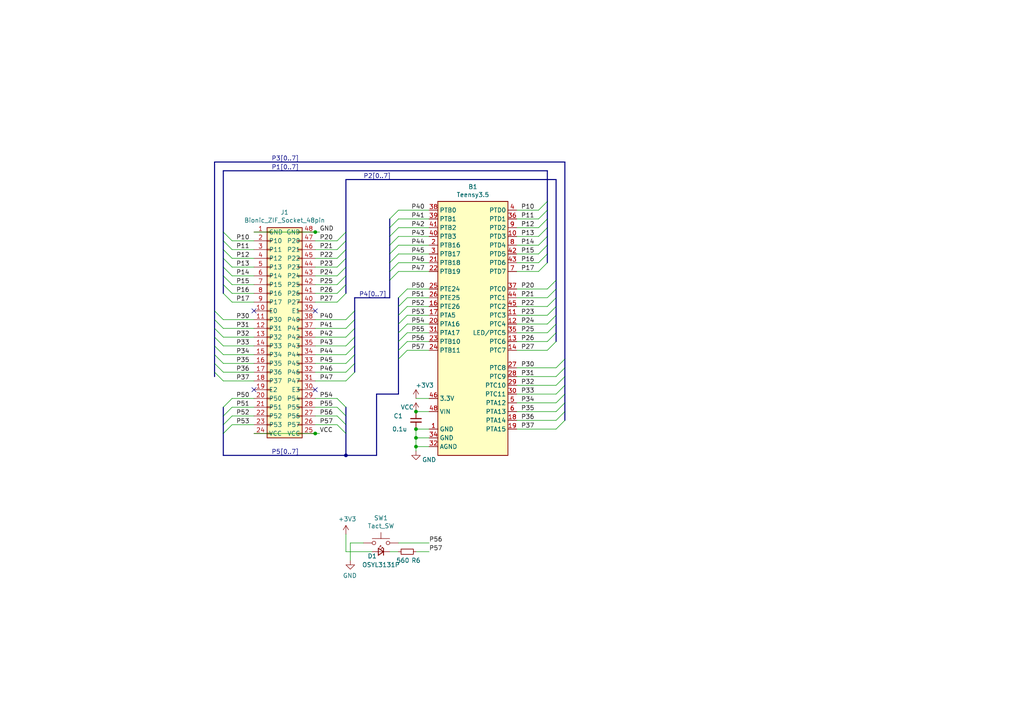
<source format=kicad_sch>
(kicad_sch (version 20211123) (generator eeschema)
  (paper "A4")
  (title_block (title "BionicBase Teensy 3.5") (date "2021-11-05") (rev "2") (company "Tadashi G. Takaoka"))
  (lib_symbols
    (symbol "0-LocalLibrary:Bionic_ZIF_Socket_48pin"
      (property "Reference" "J" (at 3.81 30.48 0))
      (property "Value" "Bionic_ZIF_Socket_48pin" (at 3.81 -33.02 0))
      (symbol "Bionic_ZIF_Socket_48pin_1_1"
        (rectangle (start -1.27 -30.353) (end 0 -30.607) (stroke (width 0.1524)))
        (rectangle (start -1.27 -27.813) (end 0 -28.067) (stroke (width 0.1524)))
        (rectangle (start -1.27 -25.273) (end 0 -25.527) (stroke (width 0.1524)))
        (rectangle (start -1.27 -22.733) (end 0 -22.987) (stroke (width 0.1524)))
        (rectangle (start -1.27 -20.193) (end 0 -20.447) (stroke (width 0.1524)))
        (rectangle (start -1.27 -17.653) (end 0 -17.907) (stroke (width 0.1524)))
        (rectangle (start -1.27 -15.113) (end 0 -15.367) (stroke (width 0.1524)))
        (rectangle (start -1.27 -12.573) (end 0 -12.827) (stroke (width 0.1524)))
        (rectangle (start -1.27 -10.033) (end 0 -10.287) (stroke (width 0.1524)))
        (rectangle (start -1.27 -7.493) (end 0 -7.747) (stroke (width 0.1524)))
        (rectangle (start -1.27 -4.953) (end 0 -5.207) (stroke (width 0.1524)))
        (rectangle (start -1.27 -2.413) (end 0 -2.667) (stroke (width 0.1524)))
        (rectangle (start -1.27 0.127) (end 0 -0.127) (stroke (width 0.1524)))
        (rectangle (start -1.27 2.667) (end 0 2.413) (stroke (width 0.1524)))
        (rectangle (start -1.27 5.207) (end 0 4.953) (stroke (width 0.1524)))
        (rectangle (start -1.27 7.747) (end 0 7.493) (stroke (width 0.1524)))
        (rectangle (start -1.27 10.287) (end 0 10.033) (stroke (width 0.1524)))
        (rectangle (start -1.27 12.827) (end 0 12.573) (stroke (width 0.1524)))
        (rectangle (start -1.27 15.367) (end 0 15.113) (stroke (width 0.1524)))
        (rectangle (start -1.27 17.907) (end 0 17.653) (stroke (width 0.1524)))
        (rectangle (start -1.27 20.447) (end 0 20.193) (stroke (width 0.1524)))
        (rectangle (start -1.27 22.987) (end 0 22.733) (stroke (width 0.1524)))
        (rectangle (start -1.27 25.527) (end 0 25.273) (stroke (width 0.1524)))
        (rectangle (start -1.27 28.067) (end 0 27.813) (stroke (width 0.1524)))
        (rectangle (start -1.27 29.21) (end 8.89 -31.75) (stroke (width 0.254)) (fill (type background)))
        (rectangle (start 8.89 -30.353) (end 7.62 -30.607) (stroke (width 0.1524)))
        (rectangle (start 8.89 -27.813) (end 7.62 -28.067) (stroke (width 0.1524)))
        (rectangle (start 8.89 -25.273) (end 7.62 -25.527) (stroke (width 0.1524)))
        (rectangle (start 8.89 -22.733) (end 7.62 -22.987) (stroke (width 0.1524)))
        (rectangle (start 8.89 -20.193) (end 7.62 -20.447) (stroke (width 0.1524)))
        (rectangle (start 8.89 -17.653) (end 7.62 -17.907) (stroke (width 0.1524)))
        (rectangle (start 8.89 -15.113) (end 7.62 -15.367) (stroke (width 0.1524)))
        (rectangle (start 8.89 -12.573) (end 7.62 -12.827) (stroke (width 0.1524)))
        (rectangle (start 8.89 -10.033) (end 7.62 -10.287) (stroke (width 0.1524)))
        (rectangle (start 8.89 -7.493) (end 7.62 -7.747) (stroke (width 0.1524)))
        (rectangle (start 8.89 -4.953) (end 7.62 -5.207) (stroke (width 0.1524)))
        (rectangle (start 8.89 -2.413) (end 7.62 -2.667) (stroke (width 0.1524)))
        (rectangle (start 8.89 0.127) (end 7.62 -0.127) (stroke (width 0.1524)))
        (rectangle (start 8.89 2.667) (end 7.62 2.413) (stroke (width 0.1524)))
        (rectangle (start 8.89 5.207) (end 7.62 4.953) (stroke (width 0.1524)))
        (rectangle (start 8.89 7.747) (end 7.62 7.493) (stroke (width 0.1524)))
        (rectangle (start 8.89 10.287) (end 7.62 10.033) (stroke (width 0.1524)))
        (rectangle (start 8.89 12.827) (end 7.62 12.573) (stroke (width 0.1524)))
        (rectangle (start 8.89 15.367) (end 7.62 15.113) (stroke (width 0.1524)))
        (rectangle (start 8.89 17.907) (end 7.62 17.653) (stroke (width 0.1524)))
        (rectangle (start 8.89 20.447) (end 7.62 20.193) (stroke (width 0.1524)))
        (rectangle (start 8.89 22.987) (end 7.62 22.733) (stroke (width 0.1524)))
        (rectangle (start 8.89 25.527) (end 7.62 25.273) (stroke (width 0.1524)))
        (rectangle (start 8.89 28.067) (end 7.62 27.813) (stroke (width 0.1524)))
        (pin passive line (at -5.08 27.94 0) (length 3.81) (name "GND") (number "1"))
        (pin passive line (at -5.08 5.08 0) (length 3.81) (name "E0") (number "10"))
        (pin passive line (at -5.08 2.54 0) (length 3.81) (name "P30") (number "11"))
        (pin passive line (at -5.08 0 0) (length 3.81) (name "P31") (number "12"))
        (pin passive line (at -5.08 -2.54 0) (length 3.81) (name "P32") (number "13"))
        (pin passive line (at -5.08 -5.08 0) (length 3.81) (name "P33") (number "14"))
        (pin passive line (at -5.08 -7.62 0) (length 3.81) (name "P34") (number "15"))
        (pin passive line (at -5.08 -10.16 0) (length 3.81) (name "P35") (number "16"))
        (pin passive line (at -5.08 -12.7 0) (length 3.81) (name "P36") (number "17"))
        (pin passive line (at -5.08 -15.24 0) (length 3.81) (name "P37") (number "18"))
        (pin passive line (at -5.08 -17.78 0) (length 3.81) (name "E2") (number "19"))
        (pin passive line (at -5.08 25.4 0) (length 3.81) (name "P10") (number "2"))
        (pin passive line (at -5.08 -20.32 0) (length 3.81) (name "P50") (number "20"))
        (pin passive line (at -5.08 -22.86 0) (length 3.81) (name "P51") (number "21"))
        (pin passive line (at -5.08 -25.4 0) (length 3.81) (name "P52") (number "22"))
        (pin passive line (at -5.08 -27.94 0) (length 3.81) (name "P53") (number "23"))
        (pin passive line (at -5.08 -30.48 0) (length 3.81) (name "VCC") (number "24"))
        (pin passive line (at 12.7 -30.48 180) (length 3.81) (name "VCC") (number "25"))
        (pin passive line (at 12.7 -27.94 180) (length 3.81) (name "P57") (number "26"))
        (pin passive line (at 12.7 -25.4 180) (length 3.81) (name "P56") (number "27"))
        (pin passive line (at 12.7 -22.86 180) (length 3.81) (name "P55") (number "28"))
        (pin passive line (at 12.7 -20.32 180) (length 3.81) (name "P54") (number "29"))
        (pin passive line (at -5.08 22.86 0) (length 3.81) (name "P11") (number "3"))
        (pin passive line (at 12.7 -17.78 180) (length 3.81) (name "E3") (number "30"))
        (pin passive line (at 12.7 -15.24 180) (length 3.81) (name "P47") (number "31"))
        (pin passive line (at 12.7 -12.7 180) (length 3.81) (name "P46") (number "32"))
        (pin passive line (at 12.7 -10.16 180) (length 3.81) (name "P45") (number "33"))
        (pin passive line (at 12.7 -7.62 180) (length 3.81) (name "P44") (number "34"))
        (pin passive line (at 12.7 -5.08 180) (length 3.81) (name "P43") (number "35"))
        (pin passive line (at 12.7 -2.54 180) (length 3.81) (name "P42") (number "36"))
        (pin passive line (at 12.7 0 180) (length 3.81) (name "P41") (number "37"))
        (pin passive line (at 12.7 2.54 180) (length 3.81) (name "P40") (number "38"))
        (pin passive line (at 12.7 5.08 180) (length 3.81) (name "E1") (number "39"))
        (pin passive line (at -5.08 20.32 0) (length 3.81) (name "P12") (number "4"))
        (pin passive line (at 12.7 7.62 180) (length 3.81) (name "P27") (number "40"))
        (pin passive line (at 12.7 10.16 180) (length 3.81) (name "P26") (number "41"))
        (pin passive line (at 12.7 12.7 180) (length 3.81) (name "P25") (number "42"))
        (pin passive line (at 12.7 15.24 180) (length 3.81) (name "P24") (number "43"))
        (pin passive line (at 12.7 17.78 180) (length 3.81) (name "P23") (number "44"))
        (pin passive line (at 12.7 20.32 180) (length 3.81) (name "P22") (number "45"))
        (pin passive line (at 12.7 22.86 180) (length 3.81) (name "P21") (number "46"))
        (pin passive line (at 12.7 25.4 180) (length 3.81) (name "P20") (number "47"))
        (pin passive line (at 12.7 27.94 180) (length 3.81) (name "GND") (number "48"))
        (pin passive line (at -5.08 17.78 0) (length 3.81) (name "P13") (number "5"))
        (pin passive line (at -5.08 15.24 0) (length 3.81) (name "P14") (number "6"))
        (pin passive line (at -5.08 12.7 0) (length 3.81) (name "P15") (number "7"))
        (pin passive line (at -5.08 10.16 0) (length 3.81) (name "P16") (number "8"))
        (pin passive line (at -5.08 7.62 0) (length 3.81) (name "P17") (number "9"))
      )
    )
    (symbol "0-LocalLibrary:Tact_SW" (pin_numbers hide) (pin_names (offset 1.016) hide)
      (property "Reference" "SW" (at 1.27 2.54 0))
      (property "Value" "Tact_SW" (at 0 -1.524 0))
      (symbol "Tact_SW_0_1"
        (circle (center -2.032 0) (radius 0.508))
        (polyline (pts (xy 0 1.27) (xy 0 3.048)))
        (polyline (pts (xy 2.54 1.27) (xy -2.54 1.27)))
        (circle (center 2.032 0) (radius 0.508))
        (pin passive line (at -5.08 0 0) (length 2.54) (name "1") (number "1"))
        (pin passive line (at 5.08 0 180) (length 2.54) (name "2") (number "2"))
      )
    )
    (symbol "0-LocalLibrary:Teensy3.5"
      (property "Reference" "B" (at -1.27 30.48 0))
      (property "Value" "Teensy3.5" (at -1.27 -20.32 90))
      (symbol "Teensy3.5_0_1"
        (rectangle (start -10.16 -43.18) (end 10.16 30.48) (stroke (width 0.254)) (fill (type background)))
      )
      (symbol "Teensy3.5_1_1"
        (pin power_out line (at -12.7 -35.56 0) (length 2.54) (name "GND") (number "1"))
        (pin bidirectional line (at 12.7 20.32 180) (length 2.54) (name "PTD3") (number "10"))
        (pin bidirectional line (at 12.7 -2.54 180) (length 2.54) (name "PTC3") (number "11"))
        (pin bidirectional line (at 12.7 -5.08 180) (length 2.54) (name "PTC4") (number "12"))
        (pin bidirectional line (at 12.7 -10.16 180) (length 2.54) (name "PTC6") (number "13"))
        (pin bidirectional line (at 12.7 -12.7 180) (length 2.54) (name "PTC7") (number "14"))
        (pin power_out line (at -12.7 -26.67 0) (length 2.54) hide (name "3.3V") (number "15"))
        (pin bidirectional line (at -12.7 0 0) (length 2.54) (name "PTE26") (number "16"))
        (pin bidirectional line (at -12.7 -2.54 0) (length 2.54) (name "PTA5") (number "17"))
        (pin bidirectional line (at 12.7 -33.02 180) (length 2.54) (name "PTA14") (number "18"))
        (pin bidirectional line (at 12.7 -35.56 180) (length 2.54) (name "PTA15") (number "19"))
        (pin bidirectional line (at -12.7 17.78 0) (length 2.54) (name "PTB16") (number "2"))
        (pin bidirectional line (at -12.7 -5.08 0) (length 2.54) (name "PTA16") (number "20"))
        (pin bidirectional line (at -12.7 12.7 0) (length 2.54) (name "PTB18") (number "21"))
        (pin bidirectional line (at -12.7 10.16 0) (length 2.54) (name "PTB19") (number "22"))
        (pin bidirectional line (at -12.7 -10.16 0) (length 2.54) (name "PTB10") (number "23"))
        (pin bidirectional line (at -12.7 -12.7 0) (length 2.54) (name "PTB11") (number "24"))
        (pin bidirectional line (at -12.7 5.08 0) (length 2.54) (name "PTE24") (number "25"))
        (pin bidirectional line (at -12.7 2.54 0) (length 2.54) (name "PTE25") (number "26"))
        (pin bidirectional line (at 12.7 -17.78 180) (length 2.54) (name "PTC8") (number "27"))
        (pin bidirectional line (at 12.7 -20.32 180) (length 2.54) (name "PTC9") (number "28"))
        (pin bidirectional line (at 12.7 -22.86 180) (length 2.54) (name "PTC10") (number "29"))
        (pin bidirectional line (at -12.7 15.24 0) (length 2.54) (name "PTB17") (number "3"))
        (pin bidirectional line (at 12.7 -25.4 180) (length 2.54) (name "PTC11") (number "30"))
        (pin bidirectional line (at -12.7 -7.62 0) (length 2.54) (name "PTA17") (number "31"))
        (pin power_in line (at -12.7 -40.64 0) (length 2.54) (name "AGND") (number "32"))
        (pin power_in line (at -12.7 -38.1 0) (length 2.54) (name "GND") (number "34"))
        (pin bidirectional line (at 12.7 -7.62 180) (length 2.54) (name "LED/PTC5") (number "35"))
        (pin bidirectional line (at 12.7 25.4 180) (length 2.54) (name "PTD1") (number "36"))
        (pin bidirectional line (at 12.7 5.08 180) (length 2.54) (name "PTC0") (number "37"))
        (pin bidirectional line (at -12.7 27.94 0) (length 2.54) (name "PTB0") (number "38"))
        (pin bidirectional line (at -12.7 25.4 0) (length 2.54) (name "PTB1") (number "39"))
        (pin bidirectional line (at 12.7 27.94 180) (length 2.54) (name "PTD0") (number "4"))
        (pin bidirectional line (at -12.7 20.32 0) (length 2.54) (name "PTB3") (number "40"))
        (pin bidirectional line (at -12.7 22.86 0) (length 2.54) (name "PTB2") (number "41"))
        (pin bidirectional line (at 12.7 15.24 180) (length 2.54) (name "PTD5") (number "42"))
        (pin bidirectional line (at 12.7 12.7 180) (length 2.54) (name "PTD6") (number "43"))
        (pin bidirectional line (at 12.7 2.54 180) (length 2.54) (name "PTC1") (number "44"))
        (pin bidirectional line (at 12.7 0 180) (length 2.54) (name "PTC2") (number "45"))
        (pin power_in line (at -12.7 -26.67 0) (length 2.54) (name "3.3V") (number "46"))
        (pin power_out line (at -12.7 -30.48 0) (length 2.54) (name "VIN") (number "48"))
        (pin bidirectional line (at 12.7 -27.94 180) (length 2.54) (name "PTA12") (number "5"))
        (pin bidirectional line (at 12.7 -30.48 180) (length 2.54) (name "PTA13") (number "6"))
        (pin bidirectional line (at 12.7 10.16 180) (length 2.54) (name "PTD7") (number "7"))
        (pin bidirectional line (at 12.7 17.78 180) (length 2.54) (name "PTD4") (number "8"))
        (pin bidirectional line (at 12.7 22.86 180) (length 2.54) (name "PTD2") (number "9"))
      )
    )
    (symbol "Device:C_Small" (pin_numbers hide) (pin_names (offset 0.254) hide)
      (property "Reference" "C" (at 0.254 1.778 0))
      (property "Value" "C_Small" (at 0.254 -2.032 0))
      (symbol "C_Small_0_1"
        (polyline (pts (xy -1.524 -0.508) (xy 1.524 -0.508)) (stroke (width 0.3302)))
        (polyline (pts (xy -1.524 0.508) (xy 1.524 0.508)) (stroke (width 0.3048)))
      )
      (symbol "C_Small_1_1"
        (pin passive line (at 0 2.54 270) (length 2.032) (name "~") (number "1"))
        (pin passive line (at 0 -2.54 90) (length 2.032) (name "~") (number "2"))
      )
    )
    (symbol "Device:LED_Small" (pin_numbers hide) (pin_names (offset 0.254) hide)
      (property "Reference" "D" (at -1.27 3.175 0))
      (property "Value" "LED_Small" (at -4.445 -2.54 0))
      (symbol "LED_Small_0_1"
        (polyline (pts (xy -0.762 -1.016) (xy -0.762 1.016)) (stroke (width 0.254)))
        (polyline (pts (xy 1.016 0) (xy -0.762 0)))
        (polyline (pts (xy 0.762 -1.016) (xy -0.762 0) (xy 0.762 1.016) (xy 0.762 -1.016)) (stroke (width 0.254)))
        (polyline (pts (xy 0 0.762) (xy -0.508 1.27) (xy -0.254 1.27) (xy -0.508 1.27) (xy -0.508 1.016)))
        (polyline (pts (xy 0.508 1.27) (xy 0 1.778) (xy 0.254 1.778) (xy 0 1.778) (xy 0 1.524)))
      )
      (symbol "LED_Small_1_1"
        (pin passive line (at -2.54 0 0) (length 1.778) (name "K") (number "1"))
        (pin passive line (at 2.54 0 180) (length 1.778) (name "A") (number "2"))
      )
    )
    (symbol "Device:R_Small" (pin_numbers hide) (pin_names (offset 0.254) hide)
      (property "Reference" "R" (at 0.762 0.508 0))
      (property "Value" "R_Small" (at 0.762 -1.016 0))
      (symbol "R_Small_0_1"
        (rectangle (start -0.762 1.778) (end 0.762 -1.778) (stroke (width 0.2032)))
      )
      (symbol "R_Small_1_1"
        (pin passive line (at 0 2.54 270) (length 0.762) (name "~") (number "1"))
        (pin passive line (at 0 -2.54 90) (length 0.762) (name "~") (number "2"))
      )
    )
    (symbol "power:+3.3V" (power) (pin_names (offset 0))
      (property "Value" "+3.3V" (at 0 3.556 0))
      (symbol "+3.3V_0_1"
        (polyline (pts (xy -0.762 1.27) (xy 0 2.54)))
        (polyline (pts (xy 0 0) (xy 0 2.54)))
        (polyline (pts (xy 0 2.54) (xy 0.762 1.27)))
      )
      (symbol "+3.3V_1_1"
        (pin power_in line (at 0 0 90) (length 0) hide (name "+3V3") (number "1"))
      )
    )
    (symbol "power:GND" (power) (pin_names (offset 0))
      (property "Value" "GND" (at 0 -3.81 0))
      (symbol "GND_0_1"
        (polyline (pts (xy 0 0) (xy 0 -1.27) (xy 1.27 -1.27) (xy 0 -2.54) (xy -1.27 -1.27) (xy 0 -1.27)))
      )
      (symbol "GND_1_1"
        (pin power_in line (at 0 0 270) (length 0) hide (name "GND") (number "1"))
      )
    )
    (symbol "power:VCC" (power) (pin_names (offset 0))
      (property "Value" "VCC" (at 0 3.81 0))
      (symbol "VCC_0_1"
        (polyline (pts (xy -0.762 1.27) (xy 0 2.54)))
        (polyline (pts (xy 0 0) (xy 0 2.54)))
        (polyline (pts (xy 0 2.54) (xy 0.762 1.27)))
      )
      (symbol "VCC_1_1"
        (pin power_in line (at 0 0 90) (length 0) hide (name "VCC") (number "1"))
      )
    )
  )
  (junction (at 120.65 124.46))
  (junction (at 91.44 125.73))
  (junction (at 100.33 132.08))
  (junction (at 120.65 119.38))
  (junction (at 91.44 67.31))
  (junction (at 120.65 129.54))
  (junction (at 120.65 127))
  (no_connect (at 91.44 113.03))
  (no_connect (at 91.44 90.17))
  (no_connect (at 73.66 113.03))
  (no_connect (at 73.66 90.17))
  (bus_entry (at 100.33 102.87) (size 2.54 -2.54))
  (bus_entry (at 100.33 107.95) (size 2.54 -2.54))
  (bus_entry (at 115.57 71.12) (size -2.54 2.54))
  (bus_entry (at 156.21 73.66) (size 2.54 -2.54))
  (bus_entry (at 97.79 82.55) (size 2.54 -2.54))
  (bus_entry (at 97.79 87.63) (size 2.54 -2.54))
  (bus_entry (at 97.79 123.19) (size 2.54 2.54))
  (bus_entry (at 115.57 60.96) (size -2.54 2.54))
  (bus_entry (at 158.75 99.06) (size 2.54 -2.54))
  (bus_entry (at 97.79 120.65) (size 2.54 2.54))
  (bus_entry (at 67.31 77.47) (size -2.54 -2.54))
  (bus_entry (at 64.77 97.79) (size -2.54 -2.54))
  (bus_entry (at 161.29 116.84) (size 2.54 -2.54))
  (bus_entry (at 97.79 80.01) (size 2.54 -2.54))
  (bus_entry (at 115.57 63.5) (size -2.54 2.54))
  (bus_entry (at 64.77 100.33) (size -2.54 -2.54))
  (bus_entry (at 158.75 93.98) (size 2.54 -2.54))
  (bus_entry (at 161.29 106.68) (size 2.54 -2.54))
  (bus_entry (at 118.11 88.9) (size -2.54 2.54))
  (bus_entry (at 64.77 105.41) (size -2.54 -2.54))
  (bus_entry (at 118.11 86.36) (size -2.54 2.54))
  (bus_entry (at 115.57 68.58) (size -2.54 2.54))
  (bus_entry (at 64.77 95.25) (size -2.54 -2.54))
  (bus_entry (at 158.75 96.52) (size 2.54 -2.54))
  (bus_entry (at 100.33 97.79) (size 2.54 -2.54))
  (bus_entry (at 161.29 121.92) (size 2.54 -2.54))
  (bus_entry (at 64.77 92.71) (size -2.54 -2.54))
  (bus_entry (at 158.75 86.36) (size 2.54 -2.54))
  (bus_entry (at 161.29 119.38) (size 2.54 -2.54))
  (bus_entry (at 97.79 118.11) (size 2.54 2.54))
  (bus_entry (at 115.57 78.74) (size -2.54 2.54))
  (bus_entry (at 118.11 83.82) (size -2.54 2.54))
  (bus_entry (at 118.11 99.06) (size -2.54 2.54))
  (bus_entry (at 64.77 107.95) (size -2.54 -2.54))
  (bus_entry (at 156.21 63.5) (size 2.54 -2.54))
  (bus_entry (at 115.57 76.2) (size -2.54 2.54))
  (bus_entry (at 158.75 91.44) (size 2.54 -2.54))
  (bus_entry (at 161.29 114.3) (size 2.54 -2.54))
  (bus_entry (at 67.31 118.11) (size -2.54 2.54))
  (bus_entry (at 64.77 110.49) (size -2.54 -2.54))
  (bus_entry (at 156.21 78.74) (size 2.54 -2.54))
  (bus_entry (at 67.31 80.01) (size -2.54 -2.54))
  (bus_entry (at 100.33 100.33) (size 2.54 -2.54))
  (bus_entry (at 67.31 74.93) (size -2.54 -2.54))
  (bus_entry (at 118.11 101.6) (size -2.54 2.54))
  (bus_entry (at 118.11 93.98) (size -2.54 2.54))
  (bus_entry (at 115.57 66.04) (size -2.54 2.54))
  (bus_entry (at 161.29 124.46) (size 2.54 -2.54))
  (bus_entry (at 100.33 95.25) (size 2.54 -2.54))
  (bus_entry (at 67.31 69.85) (size -2.54 -2.54))
  (bus_entry (at 100.33 105.41) (size 2.54 -2.54))
  (bus_entry (at 156.21 71.12) (size 2.54 -2.54))
  (bus_entry (at 118.11 96.52) (size -2.54 2.54))
  (bus_entry (at 115.57 73.66) (size -2.54 2.54))
  (bus_entry (at 97.79 115.57) (size 2.54 2.54))
  (bus_entry (at 100.33 92.71) (size 2.54 -2.54))
  (bus_entry (at 67.31 85.09) (size -2.54 -2.54))
  (bus_entry (at 67.31 82.55) (size -2.54 -2.54))
  (bus_entry (at 156.21 76.2) (size 2.54 -2.54))
  (bus_entry (at 97.79 85.09) (size 2.54 -2.54))
  (bus_entry (at 156.21 68.58) (size 2.54 -2.54))
  (bus_entry (at 161.29 111.76) (size 2.54 -2.54))
  (bus_entry (at 67.31 115.57) (size -2.54 2.54))
  (bus_entry (at 156.21 60.96) (size 2.54 -2.54))
  (bus_entry (at 158.75 83.82) (size 2.54 -2.54))
  (bus_entry (at 64.77 102.87) (size -2.54 -2.54))
  (bus_entry (at 97.79 69.85) (size 2.54 -2.54))
  (bus_entry (at 100.33 110.49) (size 2.54 -2.54))
  (bus_entry (at 158.75 88.9) (size 2.54 -2.54))
  (bus_entry (at 161.29 109.22) (size 2.54 -2.54))
  (bus_entry (at 97.79 74.93) (size 2.54 -2.54))
  (bus_entry (at 97.79 77.47) (size 2.54 -2.54))
  (bus_entry (at 97.79 72.39) (size 2.54 -2.54))
  (bus_entry (at 67.31 72.39) (size -2.54 -2.54))
  (bus_entry (at 67.31 87.63) (size -2.54 -2.54))
  (bus_entry (at 67.31 120.65) (size -2.54 2.54))
  (bus_entry (at 158.75 101.6) (size 2.54 -2.54))
  (bus_entry (at 156.21 66.04) (size 2.54 -2.54))
  (bus_entry (at 118.11 91.44) (size -2.54 2.54))
  (bus_entry (at 67.31 123.19) (size -2.54 2.54))
  (wire (pts (xy 120.65 129.54) (xy 124.46 129.54)))
  (bus (pts (xy 100.33 72.39) (xy 100.33 74.93)))
  (wire (pts (xy 149.86 114.3) (xy 161.29 114.3)))
  (wire (pts (xy 91.44 67.31) (xy 73.66 67.31)))
  (bus (pts (xy 64.77 125.73) (xy 64.77 132.08)))
  (bus (pts (xy 161.29 91.44) (xy 161.29 93.98)))
  (bus (pts (xy 62.23 95.25) (xy 62.23 97.79)))
  (wire (pts (xy 124.46 124.46) (xy 120.65 124.46)))
  (wire (pts (xy 124.46 73.66) (xy 115.57 73.66)))
  (bus (pts (xy 109.22 132.08) (xy 100.33 132.08)))
  (wire (pts (xy 149.86 124.46) (xy 161.29 124.46)))
  (bus (pts (xy 158.75 66.04) (xy 158.75 68.58)))
  (bus (pts (xy 100.33 118.11) (xy 100.33 120.65)))
  (wire (pts (xy 91.44 125.73) (xy 73.66 125.73)))
  (wire (pts (xy 124.46 96.52) (xy 118.11 96.52)))
  (wire (pts (xy 73.66 118.11) (xy 67.31 118.11)))
  (wire (pts (xy 149.86 88.9) (xy 158.75 88.9)))
  (wire (pts (xy 149.86 63.5) (xy 156.21 63.5)))
  (wire (pts (xy 91.44 85.09) (xy 97.79 85.09)))
  (wire (pts (xy 73.66 120.65) (xy 67.31 120.65)))
  (wire (pts (xy 149.86 91.44) (xy 158.75 91.44)))
  (bus (pts (xy 115.57 86.36) (xy 115.57 88.9)))
  (wire (pts (xy 124.46 60.96) (xy 115.57 60.96)))
  (bus (pts (xy 113.03 71.12) (xy 113.03 73.66)))
  (bus (pts (xy 100.33 52.07) (xy 161.29 52.07)))
  (wire (pts (xy 73.66 95.25) (xy 64.77 95.25)))
  (wire (pts (xy 149.86 93.98) (xy 158.75 93.98)))
  (bus (pts (xy 113.03 68.58) (xy 113.03 71.12)))
  (bus (pts (xy 161.29 52.07) (xy 161.29 81.28)))
  (wire (pts (xy 91.44 110.49) (xy 100.33 110.49)))
  (bus (pts (xy 100.33 123.19) (xy 100.33 125.73)))
  (wire (pts (xy 120.65 127) (xy 120.65 129.54)))
  (wire (pts (xy 149.86 116.84) (xy 161.29 116.84)))
  (bus (pts (xy 115.57 91.44) (xy 115.57 93.98)))
  (bus (pts (xy 62.23 107.95) (xy 62.23 109.22)))
  (wire (pts (xy 91.44 92.71) (xy 100.33 92.71)))
  (wire (pts (xy 73.66 69.85) (xy 67.31 69.85)))
  (wire (pts (xy 73.66 80.01) (xy 67.31 80.01)))
  (bus (pts (xy 161.29 86.36) (xy 161.29 88.9)))
  (wire (pts (xy 91.44 82.55) (xy 97.79 82.55)))
  (bus (pts (xy 102.87 90.17) (xy 102.87 92.71)))
  (wire (pts (xy 91.44 77.47) (xy 97.79 77.47)))
  (wire (pts (xy 73.66 115.57) (xy 67.31 115.57)))
  (bus (pts (xy 102.87 102.87) (xy 102.87 105.41)))
  (wire (pts (xy 124.46 68.58) (xy 115.57 68.58)))
  (wire (pts (xy 124.46 83.82) (xy 118.11 83.82)))
  (bus (pts (xy 161.29 96.52) (xy 161.29 99.06)))
  (wire (pts (xy 73.66 87.63) (xy 67.31 87.63)))
  (wire (pts (xy 120.65 115.57) (xy 124.46 115.57)))
  (bus (pts (xy 158.75 68.58) (xy 158.75 71.12)))
  (wire (pts (xy 73.66 77.47) (xy 67.31 77.47)))
  (bus (pts (xy 161.29 83.82) (xy 161.29 86.36)))
  (bus (pts (xy 163.83 104.14) (xy 163.83 106.68)))
  (bus (pts (xy 115.57 101.6) (xy 115.57 104.14)))
  (wire (pts (xy 115.57 160.02) (xy 113.03 160.02)))
  (bus (pts (xy 113.03 66.04) (xy 113.03 68.58)))
  (wire (pts (xy 91.44 87.63) (xy 97.79 87.63)))
  (wire (pts (xy 101.6 157.48) (xy 101.6 162.56)))
  (bus (pts (xy 64.77 123.19) (xy 64.77 125.73)))
  (bus (pts (xy 161.29 81.28) (xy 161.29 83.82)))
  (wire (pts (xy 120.65 124.46) (xy 120.65 127)))
  (bus (pts (xy 62.23 100.33) (xy 62.23 102.87)))
  (bus (pts (xy 113.03 86.36) (xy 102.87 86.36)))
  (bus (pts (xy 113.03 63.5) (xy 113.03 66.04)))
  (bus (pts (xy 115.57 104.14) (xy 115.57 114.3)))
  (bus (pts (xy 64.77 67.31) (xy 64.77 69.85)))
  (wire (pts (xy 73.66 97.79) (xy 64.77 97.79)))
  (wire (pts (xy 73.66 105.41) (xy 64.77 105.41)))
  (wire (pts (xy 73.66 110.49) (xy 64.77 110.49)))
  (bus (pts (xy 115.57 99.06) (xy 115.57 101.6)))
  (wire (pts (xy 124.46 86.36) (xy 118.11 86.36)))
  (bus (pts (xy 102.87 95.25) (xy 102.87 97.79)))
  (wire (pts (xy 73.66 82.55) (xy 67.31 82.55)))
  (wire (pts (xy 91.44 100.33) (xy 100.33 100.33)))
  (bus (pts (xy 62.23 105.41) (xy 62.23 107.95)))
  (bus (pts (xy 64.77 74.93) (xy 64.77 77.47)))
  (bus (pts (xy 161.29 88.9) (xy 161.29 91.44)))
  (bus (pts (xy 158.75 58.42) (xy 158.75 60.96)))
  (wire (pts (xy 149.86 106.68) (xy 161.29 106.68)))
  (wire (pts (xy 124.46 91.44) (xy 118.11 91.44)))
  (bus (pts (xy 62.23 90.17) (xy 62.23 92.71)))
  (bus (pts (xy 102.87 105.41) (xy 102.87 107.95)))
  (bus (pts (xy 115.57 96.52) (xy 115.57 99.06)))
  (wire (pts (xy 149.86 83.82) (xy 158.75 83.82)))
  (bus (pts (xy 163.83 114.3) (xy 163.83 116.84)))
  (wire (pts (xy 73.66 74.93) (xy 67.31 74.93)))
  (bus (pts (xy 100.33 125.73) (xy 100.33 132.08)))
  (wire (pts (xy 91.44 97.79) (xy 100.33 97.79)))
  (bus (pts (xy 64.77 49.53) (xy 64.77 67.31)))
  (wire (pts (xy 149.86 60.96) (xy 156.21 60.96)))
  (wire (pts (xy 149.86 71.12) (xy 156.21 71.12)))
  (bus (pts (xy 163.83 46.99) (xy 62.23 46.99)))
  (wire (pts (xy 91.44 115.57) (xy 97.79 115.57)))
  (wire (pts (xy 149.86 101.6) (xy 158.75 101.6)))
  (wire (pts (xy 100.33 154.94) (xy 100.33 160.02)))
  (bus (pts (xy 113.03 78.74) (xy 113.03 81.28)))
  (wire (pts (xy 124.46 119.38) (xy 120.65 119.38)))
  (wire (pts (xy 124.46 99.06) (xy 118.11 99.06)))
  (wire (pts (xy 91.44 105.41) (xy 100.33 105.41)))
  (bus (pts (xy 163.83 109.22) (xy 163.83 111.76)))
  (bus (pts (xy 102.87 92.71) (xy 102.87 95.25)))
  (wire (pts (xy 124.46 71.12) (xy 115.57 71.12)))
  (bus (pts (xy 100.33 69.85) (xy 100.33 72.39)))
  (bus (pts (xy 163.83 111.76) (xy 163.83 114.3)))
  (bus (pts (xy 100.33 67.31) (xy 100.33 69.85)))
  (wire (pts (xy 91.44 80.01) (xy 97.79 80.01)))
  (bus (pts (xy 64.77 132.08) (xy 100.33 132.08)))
  (wire (pts (xy 73.66 72.39) (xy 67.31 72.39)))
  (wire (pts (xy 149.86 109.22) (xy 161.29 109.22)))
  (bus (pts (xy 64.77 69.85) (xy 64.77 72.39)))
  (wire (pts (xy 73.66 107.95) (xy 64.77 107.95)))
  (wire (pts (xy 91.44 123.19) (xy 97.79 123.19)))
  (wire (pts (xy 120.65 129.54) (xy 120.65 130.81)))
  (wire (pts (xy 149.86 99.06) (xy 158.75 99.06)))
  (bus (pts (xy 158.75 63.5) (xy 158.75 66.04)))
  (bus (pts (xy 100.33 52.07) (xy 100.33 67.31)))
  (wire (pts (xy 124.46 76.2) (xy 115.57 76.2)))
  (wire (pts (xy 149.86 78.74) (xy 156.21 78.74)))
  (wire (pts (xy 73.66 100.33) (xy 64.77 100.33)))
  (bus (pts (xy 113.03 76.2) (xy 113.03 78.74)))
  (wire (pts (xy 91.44 107.95) (xy 100.33 107.95)))
  (wire (pts (xy 124.46 157.48) (xy 115.57 157.48)))
  (wire (pts (xy 124.46 101.6) (xy 118.11 101.6)))
  (bus (pts (xy 115.57 93.98) (xy 115.57 96.52)))
  (wire (pts (xy 149.86 119.38) (xy 161.29 119.38)))
  (bus (pts (xy 100.33 74.93) (xy 100.33 77.47)))
  (bus (pts (xy 64.77 77.47) (xy 64.77 80.01)))
  (wire (pts (xy 120.65 160.02) (xy 124.46 160.02)))
  (bus (pts (xy 102.87 86.36) (xy 102.87 90.17)))
  (bus (pts (xy 102.87 100.33) (xy 102.87 102.87)))
  (wire (pts (xy 92.71 125.73) (xy 91.44 125.73)))
  (wire (pts (xy 91.44 74.93) (xy 97.79 74.93)))
  (wire (pts (xy 91.44 72.39) (xy 97.79 72.39)))
  (bus (pts (xy 158.75 73.66) (xy 158.75 76.2)))
  (wire (pts (xy 91.44 95.25) (xy 100.33 95.25)))
  (bus (pts (xy 100.33 82.55) (xy 100.33 85.09)))
  (wire (pts (xy 105.41 157.48) (xy 101.6 157.48)))
  (wire (pts (xy 124.46 88.9) (xy 118.11 88.9)))
  (wire (pts (xy 149.86 96.52) (xy 158.75 96.52)))
  (wire (pts (xy 124.46 93.98) (xy 118.11 93.98)))
  (wire (pts (xy 107.95 160.02) (xy 100.33 160.02)))
  (bus (pts (xy 163.83 119.38) (xy 163.83 121.92)))
  (bus (pts (xy 62.23 92.71) (xy 62.23 95.25)))
  (wire (pts (xy 124.46 78.74) (xy 115.57 78.74)))
  (bus (pts (xy 158.75 49.53) (xy 158.75 58.42)))
  (wire (pts (xy 73.66 92.71) (xy 64.77 92.71)))
  (wire (pts (xy 124.46 127) (xy 120.65 127)))
  (bus (pts (xy 158.75 71.12) (xy 158.75 73.66)))
  (bus (pts (xy 158.75 60.96) (xy 158.75 63.5)))
  (wire (pts (xy 149.86 76.2) (xy 156.21 76.2)))
  (bus (pts (xy 163.83 106.68) (xy 163.83 109.22)))
  (wire (pts (xy 124.46 66.04) (xy 115.57 66.04)))
  (bus (pts (xy 62.23 46.99) (xy 62.23 90.17)))
  (bus (pts (xy 64.77 118.11) (xy 64.77 120.65)))
  (bus (pts (xy 113.03 81.28) (xy 113.03 86.36)))
  (bus (pts (xy 64.77 80.01) (xy 64.77 82.55)))
  (bus (pts (xy 62.23 102.87) (xy 62.23 105.41)))
  (bus (pts (xy 64.77 82.55) (xy 64.77 85.09)))
  (wire (pts (xy 149.86 66.04) (xy 156.21 66.04)))
  (bus (pts (xy 62.23 97.79) (xy 62.23 100.33)))
  (bus (pts (xy 64.77 72.39) (xy 64.77 74.93)))
  (bus (pts (xy 102.87 97.79) (xy 102.87 100.33)))
  (bus (pts (xy 64.77 120.65) (xy 64.77 123.19)))
  (wire (pts (xy 73.66 102.87) (xy 64.77 102.87)))
  (wire (pts (xy 149.86 86.36) (xy 158.75 86.36)))
  (wire (pts (xy 149.86 111.76) (xy 161.29 111.76)))
  (wire (pts (xy 149.86 68.58) (xy 156.21 68.58)))
  (wire (pts (xy 91.44 120.65) (xy 97.79 120.65)))
  (wire (pts (xy 91.44 118.11) (xy 97.79 118.11)))
  (bus (pts (xy 158.75 49.53) (xy 64.77 49.53)))
  (bus (pts (xy 100.33 77.47) (xy 100.33 80.01)))
  (wire (pts (xy 73.66 123.19) (xy 67.31 123.19)))
  (wire (pts (xy 149.86 73.66) (xy 156.21 73.66)))
  (wire (pts (xy 91.44 69.85) (xy 97.79 69.85)))
  (wire (pts (xy 91.44 102.87) (xy 100.33 102.87)))
  (bus (pts (xy 100.33 120.65) (xy 100.33 123.19)))
  (wire (pts (xy 124.46 63.5) (xy 115.57 63.5)))
  (bus (pts (xy 115.57 114.3) (xy 109.22 114.3)))
  (wire (pts (xy 149.86 121.92) (xy 161.29 121.92)))
  (bus (pts (xy 109.22 114.3) (xy 109.22 132.08)))
  (bus (pts (xy 161.29 93.98) (xy 161.29 96.52)))
  (wire (pts (xy 92.71 67.31) (xy 91.44 67.31)))
  (bus (pts (xy 115.57 88.9) (xy 115.57 91.44)))
  (bus (pts (xy 100.33 80.01) (xy 100.33 82.55)))
  (bus (pts (xy 113.03 73.66) (xy 113.03 76.2)))
  (bus (pts (xy 163.83 116.84) (xy 163.83 119.38)))
  (wire (pts (xy 73.66 85.09) (xy 67.31 85.09)))
  (bus (pts (xy 163.83 46.99) (xy 163.83 104.14)))
  (label "P40" (at 92.71 92.71 0))
  (label "P54" (at 123.19 93.98 180))
  (label "P17" (at 151.13 78.74 0))
  (label "P55" (at 92.71 118.11 0))
  (label "P33" (at 72.39 100.33 180))
  (label "P43" (at 123.19 68.58 180))
  (label "P21" (at 151.13 86.36 0))
  (label "P24" (at 151.13 93.98 0))
  (label "P13" (at 72.39 77.47 180))
  (label "P51" (at 123.19 86.36 180))
  (label "P20" (at 151.13 83.82 0))
  (label "P52" (at 72.39 120.65 180))
  (label "P34" (at 72.39 102.87 180))
  (label "P42" (at 92.71 97.79 0))
  (label "P3[0..7]" (at 78.74 46.99 0))
  (label "P22" (at 151.13 88.9 0))
  (label "P26" (at 92.71 85.09 0))
  (label "P5[0..7]" (at 78.74 132.08 0))
  (label "P10" (at 151.13 60.96 0))
  (label "P44" (at 123.19 71.12 180))
  (label "P32" (at 72.39 97.79 180))
  (label "P53" (at 123.19 91.44 180))
  (label "P35" (at 72.39 105.41 180))
  (label "P42" (at 123.19 66.04 180))
  (label "P4[0..7]" (at 104.14 86.36 0))
  (label "P46" (at 92.71 107.95 0))
  (label "P46" (at 123.19 76.2 180))
  (label "P15" (at 151.13 73.66 0))
  (label "P31" (at 151.13 109.22 0))
  (label "P31" (at 72.39 95.25 180))
  (label "P51" (at 72.39 118.11 180))
  (label "P35" (at 151.13 119.38 0))
  (label "P57" (at 124.46 160.02 0))
  (label "P37" (at 151.13 124.46 0))
  (label "P44" (at 92.71 102.87 0))
  (label "P41" (at 123.19 63.5 180))
  (label "P45" (at 92.71 105.41 0))
  (label "P56" (at 123.19 99.06 180))
  (label "P56" (at 124.46 157.48 0))
  (label "P14" (at 72.39 80.01 180))
  (label "P16" (at 72.39 85.09 180))
  (label "P26" (at 151.13 99.06 0))
  (label "P50" (at 123.19 83.82 180))
  (label "P25" (at 92.71 82.55 0))
  (label "P57" (at 123.19 101.6 180))
  (label "P37" (at 72.39 110.49 180))
  (label "P16" (at 151.13 76.2 0))
  (label "P34" (at 151.13 116.84 0))
  (label "P27" (at 92.71 87.63 0))
  (label "P1[0..7]" (at 78.74 49.53 0))
  (label "P57" (at 92.71 123.19 0))
  (label "P11" (at 72.39 72.39 180))
  (label "P36" (at 72.39 107.95 180))
  (label "P33" (at 151.13 114.3 0))
  (label "P13" (at 151.13 68.58 0))
  (label "P53" (at 72.39 123.19 180))
  (label "P23" (at 151.13 91.44 0))
  (label "P52" (at 123.19 88.9 180))
  (label "P2[0..7]" (at 105.41 52.07 0))
  (label "P54" (at 92.71 115.57 0))
  (label "P20" (at 92.71 69.85 0))
  (label "P50" (at 72.39 115.57 180))
  (label "P32" (at 151.13 111.76 0))
  (label "VCC" (at 92.71 125.73 0))
  (label "P10" (at 72.39 69.85 180))
  (label "P23" (at 92.71 77.47 0))
  (label "P24" (at 92.71 80.01 0))
  (label "P30" (at 151.13 106.68 0))
  (label "P47" (at 123.19 78.74 180))
  (label "GND" (at 92.71 67.31 0))
  (label "P12" (at 151.13 66.04 0))
  (label "P55" (at 123.19 96.52 180))
  (label "P41" (at 92.71 95.25 0))
  (label "P30" (at 72.39 92.71 180))
  (label "P14" (at 151.13 71.12 0))
  (label "P36" (at 151.13 121.92 0))
  (label "P56" (at 92.71 120.65 0))
  (label "P40" (at 123.19 60.96 180))
  (label "P27" (at 151.13 101.6 0))
  (label "P17" (at 72.39 87.63 180))
  (label "P11" (at 151.13 63.5 0))
  (label "P12" (at 72.39 74.93 180))
  (label "P47" (at 92.71 110.49 0))
  (label "P15" (at 72.39 82.55 180))
  (label "P43" (at 92.71 100.33 0))
  (label "P45" (at 123.19 73.66 180))
  (label "P21" (at 92.71 72.39 0))
  (label "P22" (at 92.71 74.93 0))
  (label "P25" (at 151.13 96.52 0))
  (symbol (lib_id "power:VCC") (at 120.65 119.38 0) (unit 1)
    (property "Reference" "#PWR02" (effects hide))
    (property "Value" "VCC" (at 118.11 118.11 0))
  )
  (symbol (lib_id "Device:C_Small") (at 120.65 121.92 0) (mirror y) (unit 1)
    (property "Reference" "C1" (at 116.84 120.65 0) (effects (justify left)))
    (property "Value" "0.1u" (at 118.11 124.46 0) (effects (justify left)))
    (property "Footprint" "Capacitor_THT:C_Disc_D3.4mm_W2.1mm_P2.50mm" (effects hide))
  )
  (symbol (lib_id "power:GND") (at 101.6 162.56 0) (mirror y) (unit 1)
    (property "Reference" "#PWR023" (effects hide))
    (property "Value" "GND" (at 101.473 166.9542 0))
  )
  (symbol (lib_id "Device:R_Small") (at 118.11 160.02 90) (mirror x) (unit 1)
    (property "Reference" "R6" (at 120.65 162.56 90))
    (property "Value" "560" (at 116.84 162.56 90))
    (property "Footprint" "Resistor_THT:R_Axial_DIN0204_L3.6mm_D1.6mm_P5.08mm_Horizontal" (effects hide))
  )
  (symbol (lib_id "power:GND") (at 120.65 130.81 0) (unit 1)
    (property "Reference" "#PWR07" (effects hide))
    (property "Value" "GND" (at 124.46 133.35 0))
  )
  (symbol (lib_id "0-LocalLibrary:Teensy3.5") (at 137.16 88.9 0) (unit 1)
    (property "Reference" "B1" (at 137.16 54.1782 0))
    (property "Value" "Teensy3.5" (at 137.16 56.4896 0))
    (property "Footprint" "Package_DIP:DIP-48_W15.24mm" (effects hide))
    (property "Datasheet" "https://www.pjrc.com/store/teensy35.html" (effects hide))
  )
  (symbol (lib_id "power:+3.3V") (at 100.33 154.94 0) (unit 1)
    (property "Reference" "#PWR0102" (effects hide))
    (property "Value" "+3.3V" (at 100.711 150.5458 0))
  )
  (symbol (lib_id "0-LocalLibrary:Bionic_ZIF_Socket_48pin") (at 78.74 95.25 0) (unit 1)
    (property "Reference" "J1" (at 82.55 61.595 0))
    (property "Value" "Bionic_ZIF_Socket_48pin" (at 82.55 63.9064 0))
    (property "Footprint" "0-LocalLibrary:Aries_ZIF_socket_DIP-48-pin" (effects hide))
    (property "Datasheet" "https://www.arieselec.com/wp-content/uploads/2020/02/10001-universal-dip-zif-test-socket.pdf" (effects hide))
  )
  (symbol (lib_id "power:+3.3V") (at 120.65 115.57 0) (unit 1)
    (property "Reference" "#PWR0101" (effects hide))
    (property "Value" "+3.3V" (at 123.19 111.76 0))
  )
  (symbol (lib_id "0-LocalLibrary:Tact_SW") (at 110.49 157.48 0) (mirror y) (unit 1)
    (property "Reference" "SW1" (at 110.49 150.241 0))
    (property "Value" "Tact_SW" (at 110.49 152.5524 0))
    (property "Footprint" "0-LocalLibrary:Tact_SW_6x6mm" (effects hide))
  )
  (symbol (lib_id "Device:LED_Small") (at 110.49 160.02 0) (mirror y) (unit 1)
    (property "Reference" "D1" (at 107.95 161.29 0))
    (property "Value" "OSYL3131P" (at 110.49 163.83 0))
    (property "Footprint" "LED_THT:LED_D3.0mm" (effects hide))
  )
)
</source>
